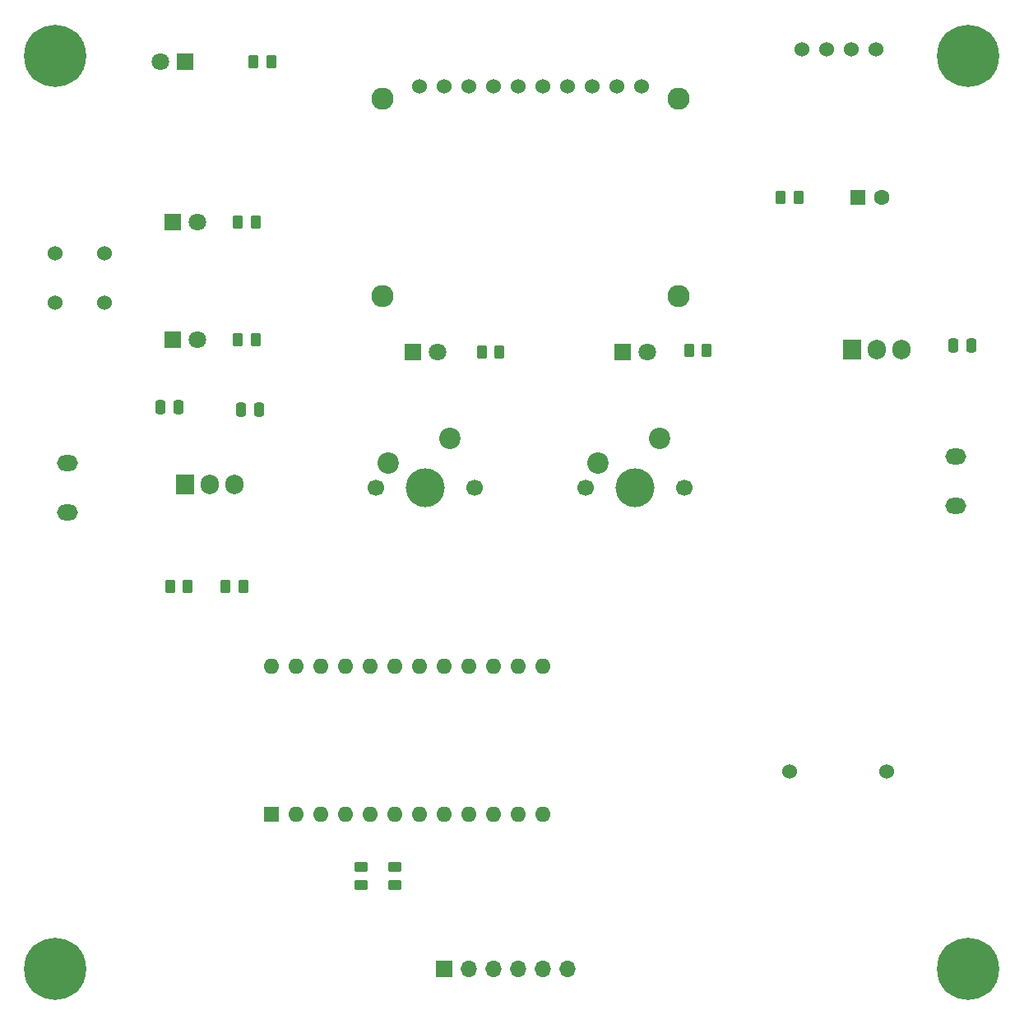
<source format=gbr>
%TF.GenerationSoftware,KiCad,Pcbnew,7.0.8-7.0.8~ubuntu22.04.1*%
%TF.CreationDate,2023-11-09T16:27:44-05:00*%
%TF.ProjectId,boot_camp_pcb,626f6f74-5f63-4616-9d70-5f7063622e6b,rev?*%
%TF.SameCoordinates,Original*%
%TF.FileFunction,Soldermask,Top*%
%TF.FilePolarity,Negative*%
%FSLAX46Y46*%
G04 Gerber Fmt 4.6, Leading zero omitted, Abs format (unit mm)*
G04 Created by KiCad (PCBNEW 7.0.8-7.0.8~ubuntu22.04.1) date 2023-11-09 16:27:44*
%MOMM*%
%LPD*%
G01*
G04 APERTURE LIST*
G04 Aperture macros list*
%AMRoundRect*
0 Rectangle with rounded corners*
0 $1 Rounding radius*
0 $2 $3 $4 $5 $6 $7 $8 $9 X,Y pos of 4 corners*
0 Add a 4 corners polygon primitive as box body*
4,1,4,$2,$3,$4,$5,$6,$7,$8,$9,$2,$3,0*
0 Add four circle primitives for the rounded corners*
1,1,$1+$1,$2,$3*
1,1,$1+$1,$4,$5*
1,1,$1+$1,$6,$7*
1,1,$1+$1,$8,$9*
0 Add four rect primitives between the rounded corners*
20,1,$1+$1,$2,$3,$4,$5,0*
20,1,$1+$1,$4,$5,$6,$7,0*
20,1,$1+$1,$6,$7,$8,$9,0*
20,1,$1+$1,$8,$9,$2,$3,0*%
G04 Aperture macros list end*
%ADD10O,1.905000X2.000000*%
%ADD11R,1.905000X2.000000*%
%ADD12RoundRect,0.250000X-0.262500X-0.450000X0.262500X-0.450000X0.262500X0.450000X-0.262500X0.450000X0*%
%ADD13R,1.700000X1.700000*%
%ADD14O,1.700000X1.700000*%
%ADD15C,1.524000*%
%ADD16R,1.800000X1.800000*%
%ADD17C,1.800000*%
%ADD18RoundRect,0.250000X0.450000X-0.262500X0.450000X0.262500X-0.450000X0.262500X-0.450000X-0.262500X0*%
%ADD19R,1.600000X1.600000*%
%ADD20C,1.600000*%
%ADD21RoundRect,0.250000X0.262500X0.450000X-0.262500X0.450000X-0.262500X-0.450000X0.262500X-0.450000X0*%
%ADD22RoundRect,0.250000X-0.250000X-0.475000X0.250000X-0.475000X0.250000X0.475000X-0.250000X0.475000X0*%
%ADD23C,2.286000*%
%ADD24C,1.700000*%
%ADD25C,4.000000*%
%ADD26C,2.200000*%
%ADD27O,2.159000X1.651000*%
%ADD28C,6.400000*%
%ADD29O,1.600000X1.600000*%
G04 APERTURE END LIST*
D10*
%TO.C,Q1*%
X131572000Y-74676000D03*
X129032000Y-74676000D03*
D11*
X126492000Y-74676000D03*
%TD*%
D12*
%TO.C,R11*%
X111506000Y-74803000D03*
X109681000Y-74803000D03*
%TD*%
%TO.C,R10*%
X90170000Y-74930000D03*
X88345000Y-74930000D03*
%TD*%
D13*
%TO.C,J2*%
X84455000Y-138430000D03*
D14*
X86995000Y-138430000D03*
X89535000Y-138430000D03*
X92075000Y-138430000D03*
X94615000Y-138430000D03*
X97155000Y-138430000D03*
%TD*%
D15*
%TO.C,SW1*%
X49530000Y-64770000D03*
X49530000Y-69850000D03*
X44450000Y-64770000D03*
X44450000Y-69850000D03*
%TD*%
D16*
%TO.C,D4*%
X56510000Y-61595000D03*
D17*
X59050000Y-61595000D03*
%TD*%
D18*
%TO.C,R5*%
X75946000Y-129817500D03*
X75946000Y-127992500D03*
%TD*%
D19*
%TO.C,TH1*%
X127040000Y-59055000D03*
D20*
X129540000Y-59055000D03*
%TD*%
D21*
%TO.C,R6*%
X65047500Y-73660000D03*
X63222500Y-73660000D03*
%TD*%
D16*
%TO.C,D3*%
X102870000Y-74930000D03*
D17*
X105410000Y-74930000D03*
%TD*%
D22*
%TO.C,C2*%
X55250000Y-80645000D03*
X57150000Y-80645000D03*
%TD*%
D15*
%TO.C,DP1*%
X81915000Y-47625000D03*
X84455000Y-47625000D03*
X86995000Y-47625000D03*
X89535000Y-47625000D03*
X92075000Y-47625000D03*
X94615000Y-47625000D03*
X97155000Y-47625000D03*
X99695000Y-47625000D03*
X102235000Y-47625000D03*
X104775000Y-47625000D03*
D23*
X78105000Y-48895000D03*
X108585000Y-48895000D03*
X108585000Y-69215000D03*
X78105000Y-69215000D03*
%TD*%
D24*
%TO.C,SW3*%
X99060000Y-88900000D03*
D25*
X104140000Y-88900000D03*
D24*
X109220000Y-88900000D03*
D26*
X106680000Y-83820000D03*
X100330000Y-86360000D03*
%TD*%
D27*
%TO.C,M2*%
X137160000Y-90805000D03*
X137160000Y-85725000D03*
%TD*%
D16*
%TO.C,D2*%
X81275000Y-74930000D03*
D17*
X83815000Y-74930000D03*
%TD*%
D16*
%TO.C,D1*%
X56510000Y-73660000D03*
D17*
X59050000Y-73660000D03*
%TD*%
D12*
%TO.C,R1*%
X119102500Y-59055000D03*
X120927500Y-59055000D03*
%TD*%
D15*
%TO.C,LS1*%
X120015000Y-118110000D03*
X130015000Y-118110000D03*
%TD*%
D18*
%TO.C,R4*%
X79375000Y-129817500D03*
X79375000Y-127992500D03*
%TD*%
D28*
%TO.C,H2*%
X138430000Y-44450000D03*
%TD*%
%TO.C,H1*%
X44450000Y-44450000D03*
%TD*%
D27*
%TO.C,J1*%
X45720000Y-91440000D03*
X45720000Y-86360000D03*
%TD*%
D12*
%TO.C,R9*%
X56237500Y-99060000D03*
X58062500Y-99060000D03*
%TD*%
D10*
%TO.C,U2*%
X62865000Y-88575000D03*
X60325000Y-88575000D03*
D11*
X57785000Y-88575000D03*
%TD*%
D22*
%TO.C,C3*%
X136845000Y-74295000D03*
X138745000Y-74295000D03*
%TD*%
D15*
%TO.C,U1*%
X128905000Y-43815000D03*
X126365000Y-43815000D03*
X123825000Y-43815000D03*
X121285000Y-43815000D03*
%TD*%
D22*
%TO.C,C1*%
X63505000Y-80880000D03*
X65405000Y-80880000D03*
%TD*%
D19*
%TO.C,A1*%
X66675000Y-122555000D03*
D29*
X69215000Y-122555000D03*
X71755000Y-122555000D03*
X74295000Y-122555000D03*
X76835000Y-122555000D03*
X79375000Y-122555000D03*
X81915000Y-122555000D03*
X84455000Y-122555000D03*
X86995000Y-122555000D03*
X89535000Y-122555000D03*
X92075000Y-122555000D03*
X94615000Y-122555000D03*
X94615000Y-107315000D03*
X92075000Y-107315000D03*
X89535000Y-107315000D03*
X86995000Y-107315000D03*
X84455000Y-107315000D03*
X81915000Y-107315000D03*
X79375000Y-107315000D03*
X76835000Y-107315000D03*
X74295000Y-107315000D03*
X71755000Y-107315000D03*
X69215000Y-107315000D03*
X66675000Y-107315000D03*
%TD*%
D12*
%TO.C,R8*%
X61952500Y-99060000D03*
X63777500Y-99060000D03*
%TD*%
D16*
%TO.C,R7*%
X57790000Y-45085000D03*
D17*
X55250000Y-45085000D03*
%TD*%
D28*
%TO.C,H3*%
X44450000Y-138430000D03*
%TD*%
D24*
%TO.C,SW2*%
X77470000Y-88900000D03*
D25*
X82550000Y-88900000D03*
D24*
X87630000Y-88900000D03*
D26*
X85090000Y-83820000D03*
X78740000Y-86360000D03*
%TD*%
D21*
%TO.C,R2*%
X63222500Y-61595000D03*
X65047500Y-61595000D03*
%TD*%
%TO.C,R3*%
X66675000Y-45085000D03*
X64850000Y-45085000D03*
%TD*%
D28*
%TO.C,H4*%
X138430000Y-138430000D03*
%TD*%
M02*

</source>
